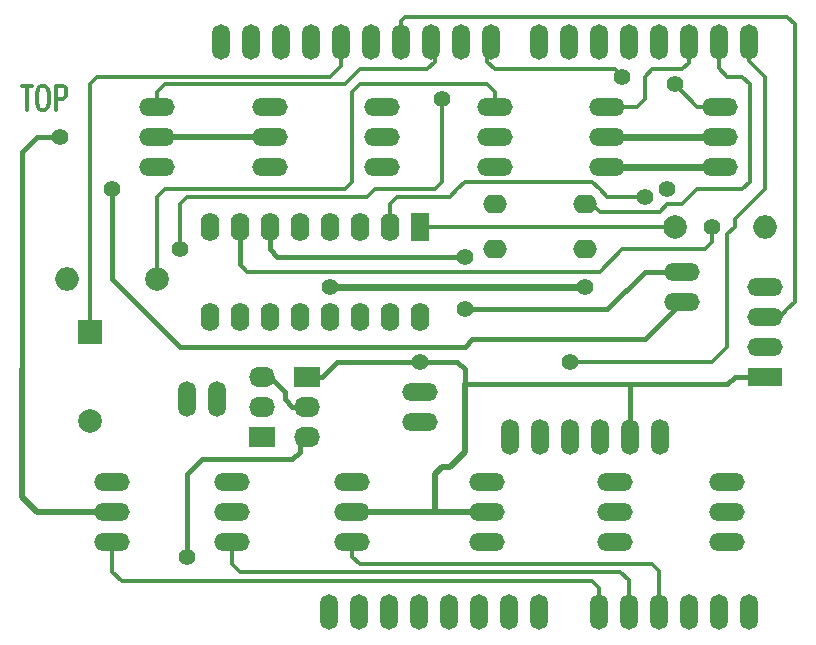
<source format=gbr>
G04 #@! TF.FileFunction,Copper,L1,Top,Signal*
%FSLAX46Y46*%
G04 Gerber Fmt 4.6, Leading zero omitted, Abs format (unit mm)*
G04 Created by KiCad (PCBNEW 4.0.4-stable) date 06/07/18 19:23:55*
%MOMM*%
%LPD*%
G01*
G04 APERTURE LIST*
%ADD10C,0.100000*%
%ADD11C,0.300000*%
%ADD12O,3.010000X1.510000*%
%ADD13O,1.510000X3.000000*%
%ADD14R,1.600000X2.400000*%
%ADD15O,1.600000X2.400000*%
%ADD16R,2.000000X2.000000*%
%ADD17C,2.000000*%
%ADD18R,3.000000X1.510000*%
%ADD19O,3.000000X1.510000*%
%ADD20O,1.510000X3.010000*%
%ADD21O,2.000000X1.600000*%
%ADD22O,2.000000X2.000000*%
%ADD23R,2.200000X1.700000*%
%ADD24O,2.200000X1.700000*%
%ADD25C,1.400000*%
%ADD26C,0.406400*%
%ADD27C,0.508000*%
%ADD28C,0.609600*%
%ADD29C,0.304800*%
G04 APERTURE END LIST*
D10*
D11*
X116145714Y-84612238D02*
X117002857Y-84612238D01*
X116574286Y-86644238D02*
X116574286Y-84612238D01*
X117788571Y-84612238D02*
X118074285Y-84612238D01*
X118217143Y-84709000D01*
X118360000Y-84902524D01*
X118431428Y-85289571D01*
X118431428Y-85966905D01*
X118360000Y-86353952D01*
X118217143Y-86547476D01*
X118074285Y-86644238D01*
X117788571Y-86644238D01*
X117645714Y-86547476D01*
X117502857Y-86353952D01*
X117431428Y-85966905D01*
X117431428Y-85289571D01*
X117502857Y-84902524D01*
X117645714Y-84709000D01*
X117788571Y-84612238D01*
X119074286Y-86644238D02*
X119074286Y-84612238D01*
X119645714Y-84612238D01*
X119788572Y-84709000D01*
X119860000Y-84805762D01*
X119931429Y-84999286D01*
X119931429Y-85289571D01*
X119860000Y-85483095D01*
X119788572Y-85579857D01*
X119645714Y-85676619D01*
X119074286Y-85676619D01*
D12*
X172085000Y-102870000D03*
X172085000Y-100330000D03*
X149860000Y-113030000D03*
X149860000Y-110490000D03*
D13*
X142151100Y-129133600D03*
X147231100Y-129133600D03*
X149771100Y-129133600D03*
X152311100Y-129133600D03*
X154851100Y-129133600D03*
X157391100Y-129133600D03*
X159931100Y-129133600D03*
X165011100Y-129133600D03*
X175171100Y-129133600D03*
X177711100Y-129133600D03*
X177711100Y-80873600D03*
X140627100Y-80873600D03*
X138087100Y-80873600D03*
X135547100Y-80873600D03*
X133007100Y-80873600D03*
X144691100Y-129133600D03*
X167551100Y-129133600D03*
X170091100Y-129133600D03*
X172631100Y-129133600D03*
X175171100Y-80873600D03*
X172631100Y-80873600D03*
X170091100Y-80873600D03*
X167551100Y-80873600D03*
X165011100Y-80873600D03*
X162471100Y-80873600D03*
X159931100Y-80873600D03*
X155867100Y-80873600D03*
X153327100Y-80873600D03*
X150787100Y-80873600D03*
X148247100Y-80873600D03*
X145707100Y-80873600D03*
X143167100Y-80873600D03*
D14*
X149860000Y-96520000D03*
D15*
X132080000Y-104140000D03*
X147320000Y-96520000D03*
X134620000Y-104140000D03*
X144780000Y-96520000D03*
X137160000Y-104140000D03*
X142240000Y-96520000D03*
X139700000Y-104140000D03*
X139700000Y-96520000D03*
X142240000Y-104140000D03*
X137160000Y-96520000D03*
X144780000Y-104140000D03*
X134620000Y-96520000D03*
X147320000Y-104140000D03*
X132080000Y-96520000D03*
X149860000Y-104140000D03*
D16*
X121920000Y-105410000D03*
D17*
X121920000Y-113010000D03*
D18*
X179070000Y-109220000D03*
D19*
X179070000Y-106680000D03*
X179070000Y-104140000D03*
X179070000Y-101600000D03*
D20*
X170180000Y-114300000D03*
X167640000Y-114300000D03*
X165100000Y-114300000D03*
X162560000Y-114300000D03*
X160020000Y-114300000D03*
X157480000Y-114300000D03*
D21*
X156210000Y-98425000D03*
X163830000Y-98425000D03*
X163830000Y-94615000D03*
X156210000Y-94615000D03*
D12*
X123825000Y-123190000D03*
X123825000Y-120650000D03*
X123825000Y-118110000D03*
X133985000Y-123190000D03*
X133985000Y-120650000D03*
X133985000Y-118110000D03*
X144145000Y-123190000D03*
X144145000Y-120650000D03*
X144145000Y-118110000D03*
X155575000Y-123190000D03*
X155575000Y-120650000D03*
X155575000Y-118110000D03*
X166370000Y-123190000D03*
X166370000Y-120650000D03*
X166370000Y-118110000D03*
X175895000Y-123190000D03*
X175895000Y-120650000D03*
X175895000Y-118110000D03*
D17*
X171450000Y-96520000D03*
D22*
X179070000Y-96520000D03*
D17*
X127635000Y-100965000D03*
D22*
X120015000Y-100965000D03*
D12*
X156210000Y-86360000D03*
X156210000Y-88900000D03*
X156210000Y-91440000D03*
X146685000Y-86360000D03*
X146685000Y-88900000D03*
X146685000Y-91440000D03*
X137160000Y-86360000D03*
X137160000Y-88900000D03*
X137160000Y-91440000D03*
X127635000Y-86360000D03*
X127635000Y-88900000D03*
X127635000Y-91440000D03*
X165735000Y-86360000D03*
X165735000Y-88900000D03*
X165735000Y-91440000D03*
X175260000Y-86360000D03*
X175260000Y-88900000D03*
X175260000Y-91440000D03*
D23*
X140335000Y-109220000D03*
D24*
X140335000Y-111760000D03*
X140335000Y-114300000D03*
D20*
X132715000Y-111125000D03*
X130175000Y-111125000D03*
D23*
X136525000Y-114300000D03*
D24*
X136525000Y-111760000D03*
X136525000Y-109220000D03*
D25*
X119380000Y-88900000D03*
X149860000Y-107950000D03*
X130175000Y-124460000D03*
X142240000Y-101600000D03*
X163830000Y-101600000D03*
X123825000Y-93345000D03*
X153670000Y-103505000D03*
X153670000Y-99060000D03*
X168910000Y-93980000D03*
X151765000Y-85725000D03*
X129540000Y-98425000D03*
X167005000Y-83820000D03*
X162560000Y-107950000D03*
X174625000Y-96520000D03*
X170815000Y-93345000D03*
X171450000Y-84455000D03*
D26*
X149860000Y-107950000D02*
X153035000Y-107950000D01*
X153670000Y-108585000D02*
X153670000Y-109855000D01*
X153035000Y-107950000D02*
X153670000Y-108585000D01*
X140335000Y-109220000D02*
X141605000Y-109220000D01*
X142875000Y-107950000D02*
X149860000Y-107950000D01*
X141605000Y-109220000D02*
X142875000Y-107950000D01*
D27*
X153670000Y-109855000D02*
X153670000Y-115570000D01*
X153670000Y-115570000D02*
X152400000Y-116840000D01*
X152400000Y-116840000D02*
X151765000Y-116840000D01*
X151765000Y-116840000D02*
X151130000Y-117475000D01*
X151130000Y-117475000D02*
X151130000Y-120650000D01*
D26*
X153670000Y-109855000D02*
X166370000Y-109855000D01*
X167640000Y-109855000D02*
X166370000Y-109855000D01*
D28*
X165735000Y-88900000D02*
X175260000Y-88900000D01*
D27*
X116205000Y-117475000D02*
X116205000Y-119380000D01*
X117475000Y-120650000D02*
X123825000Y-120650000D01*
X116205000Y-119380000D02*
X117475000Y-120650000D01*
X144145000Y-120650000D02*
X151130000Y-120650000D01*
X151130000Y-120650000D02*
X155575000Y-120650000D01*
X127635000Y-88900000D02*
X137160000Y-88900000D01*
D26*
X175260000Y-109855000D02*
X175895000Y-109855000D01*
X167640000Y-109855000D02*
X175260000Y-109855000D01*
X176530000Y-109220000D02*
X179070000Y-109220000D01*
X175895000Y-109855000D02*
X176530000Y-109220000D01*
X167640000Y-109855000D02*
X167640000Y-114300000D01*
D27*
X116205000Y-117475000D02*
X116205000Y-108585000D01*
D26*
X116205000Y-108585000D02*
X116205000Y-90170000D01*
X116205000Y-90170000D02*
X117475000Y-88900000D01*
X117475000Y-88900000D02*
X119380000Y-88900000D01*
X139700000Y-114935000D02*
X139700000Y-115570000D01*
X130175000Y-117475000D02*
X131445000Y-116205000D01*
X131445000Y-116205000D02*
X138430000Y-116205000D01*
X138430000Y-116205000D02*
X139065000Y-116205000D01*
X139065000Y-116205000D02*
X139700000Y-115570000D01*
X130175000Y-124460000D02*
X130175000Y-117475000D01*
X139700000Y-114935000D02*
X140335000Y-114300000D01*
D29*
X126542800Y-126542800D02*
X124637800Y-126542800D01*
X123825000Y-125730000D02*
X123825000Y-123190000D01*
X124637800Y-126542800D02*
X123825000Y-125730000D01*
X128447800Y-126542800D02*
X126542800Y-126542800D01*
X165011100Y-129133600D02*
X165011100Y-127088900D01*
X164465000Y-126542800D02*
X128447800Y-126542800D01*
X165011100Y-127088900D02*
X164465000Y-126542800D01*
D28*
X165735000Y-91440000D02*
X175260000Y-91440000D01*
X142240000Y-101600000D02*
X163830000Y-101600000D01*
D29*
X167551100Y-129133600D02*
X167551100Y-126453900D01*
X133985000Y-125095000D02*
X133985000Y-123190000D01*
X134620000Y-125730000D02*
X133985000Y-125095000D01*
X166827200Y-125730000D02*
X134620000Y-125730000D01*
X167551100Y-126453900D02*
X166827200Y-125730000D01*
D26*
X167640000Y-129044700D02*
X167551100Y-129133600D01*
D29*
X144145000Y-123190000D02*
X144145000Y-124460000D01*
X170091100Y-125641100D02*
X170091100Y-129133600D01*
X169545000Y-125095000D02*
X170091100Y-125641100D01*
X144780000Y-125095000D02*
X169545000Y-125095000D01*
X144145000Y-124460000D02*
X144780000Y-125095000D01*
D26*
X144145000Y-123825000D02*
X144145000Y-123190000D01*
D29*
X180340000Y-104140000D02*
X180975000Y-103505000D01*
X148247100Y-79082900D02*
X148590000Y-78740000D01*
X148590000Y-78740000D02*
X170180000Y-78740000D01*
X170180000Y-78740000D02*
X180975000Y-78740000D01*
X180975000Y-78740000D02*
X181610000Y-79375000D01*
X181610000Y-79375000D02*
X181610000Y-102870000D01*
X181610000Y-102870000D02*
X180975000Y-103505000D01*
X148247100Y-79082900D02*
X148247100Y-80873600D01*
X180340000Y-104140000D02*
X179070000Y-104140000D01*
X127635000Y-86360000D02*
X127635000Y-85090000D01*
X147955000Y-83185000D02*
X149860000Y-83185000D01*
X149860000Y-83185000D02*
X150495000Y-83185000D01*
X150495000Y-83185000D02*
X151130000Y-82550000D01*
X151130000Y-82550000D02*
X151130000Y-81216500D01*
X127635000Y-85090000D02*
X128270000Y-84455000D01*
X128270000Y-84455000D02*
X143510000Y-84455000D01*
X143510000Y-84455000D02*
X144780000Y-83185000D01*
X144780000Y-83185000D02*
X147955000Y-83185000D01*
D26*
X151130000Y-81216500D02*
X150787100Y-80873600D01*
X168275000Y-106045000D02*
X168910000Y-106045000D01*
X154305000Y-106045000D02*
X157480000Y-106045000D01*
X123825000Y-100965000D02*
X128270000Y-105410000D01*
X128270000Y-105410000D02*
X129540000Y-106680000D01*
X129540000Y-106680000D02*
X153670000Y-106680000D01*
X153670000Y-106680000D02*
X154305000Y-106045000D01*
X157480000Y-106045000D02*
X168275000Y-106045000D01*
X168910000Y-106045000D02*
X172085000Y-102870000D01*
X123825000Y-93345000D02*
X123825000Y-100965000D01*
X123825000Y-100965000D02*
X123825000Y-100965000D01*
X165735000Y-103505000D02*
X168910000Y-100330000D01*
X153670000Y-103505000D02*
X165735000Y-103505000D01*
X137160000Y-96520000D02*
X137160000Y-98425000D01*
X137795000Y-99060000D02*
X153670000Y-99060000D01*
X137795000Y-99060000D02*
X137160000Y-98425000D01*
X168910000Y-100330000D02*
X172085000Y-100330000D01*
D29*
X170815000Y-94615000D02*
X172085000Y-94615000D01*
X175171100Y-83096100D02*
X175895000Y-83820000D01*
X175895000Y-83820000D02*
X177165000Y-83820000D01*
X177165000Y-83820000D02*
X177800000Y-84455000D01*
X175171100Y-80873600D02*
X175171100Y-83096100D01*
X170180000Y-95250000D02*
X170815000Y-94615000D01*
X165100000Y-95250000D02*
X170180000Y-95250000D01*
X165100000Y-95250000D02*
X164465000Y-94615000D01*
X177800000Y-92710000D02*
X177800000Y-84455000D01*
X177165000Y-93345000D02*
X177800000Y-92710000D01*
X173355000Y-93345000D02*
X177165000Y-93345000D01*
X172085000Y-94615000D02*
X173355000Y-93345000D01*
X163830000Y-94615000D02*
X164465000Y-94615000D01*
X175171100Y-81826100D02*
X175171100Y-80873600D01*
X143167100Y-80873600D02*
X143167100Y-82892900D01*
X121920000Y-84455000D02*
X121920000Y-85725000D01*
X122555000Y-83820000D02*
X121920000Y-84455000D01*
X142240000Y-83820000D02*
X122555000Y-83820000D01*
X143167100Y-82892900D02*
X142240000Y-83820000D01*
X121920000Y-92075000D02*
X121920000Y-102870000D01*
X121920000Y-85725000D02*
X121920000Y-92075000D01*
X121920000Y-102870000D02*
X121920000Y-105410000D01*
X153035000Y-93345000D02*
X153670000Y-92710000D01*
X147320000Y-94615000D02*
X147320000Y-96520000D01*
X147320000Y-94615000D02*
X147955000Y-93980000D01*
X147955000Y-93980000D02*
X152400000Y-93980000D01*
X152400000Y-93980000D02*
X153035000Y-93345000D01*
X165735000Y-93980000D02*
X168910000Y-93980000D01*
X165100000Y-93345000D02*
X165735000Y-93980000D01*
X164465000Y-92710000D02*
X165100000Y-93345000D01*
X163830000Y-92710000D02*
X164465000Y-92710000D01*
X153670000Y-92710000D02*
X163830000Y-92710000D01*
X151765000Y-92710000D02*
X151765000Y-85725000D01*
X146050000Y-93345000D02*
X151130000Y-93345000D01*
X142875000Y-93980000D02*
X130175000Y-93980000D01*
X129540000Y-94615000D02*
X130175000Y-93980000D01*
X129540000Y-95250000D02*
X129540000Y-94615000D01*
X129540000Y-98425000D02*
X129540000Y-95250000D01*
X145415000Y-93980000D02*
X146050000Y-93345000D01*
X142875000Y-93980000D02*
X145415000Y-93980000D01*
X151130000Y-93345000D02*
X151765000Y-92710000D01*
X155575000Y-81165700D02*
X155575000Y-82550000D01*
X156210000Y-83185000D02*
X166370000Y-83185000D01*
X156210000Y-83185000D02*
X155575000Y-82550000D01*
X166370000Y-83185000D02*
X167005000Y-83820000D01*
D26*
X155575000Y-81165700D02*
X155867100Y-80873600D01*
D29*
X162560000Y-107950000D02*
X174625000Y-107950000D01*
X174625000Y-107950000D02*
X175895000Y-106680000D01*
X176530000Y-96520000D02*
X176530000Y-95885000D01*
X175895000Y-97155000D02*
X175895000Y-106680000D01*
X176530000Y-95885000D02*
X179070000Y-93345000D01*
X179070000Y-93345000D02*
X179070000Y-83820000D01*
X177711100Y-82461100D02*
X177711100Y-80873600D01*
X176530000Y-96520000D02*
X175895000Y-97155000D01*
X178435000Y-83185000D02*
X179070000Y-83820000D01*
X177711100Y-82461100D02*
X178435000Y-83185000D01*
X162560000Y-107950000D02*
X162560000Y-107950000D01*
X174625000Y-96520000D02*
X174625000Y-97790000D01*
X150495000Y-100330000D02*
X160655000Y-100330000D01*
X135255000Y-100330000D02*
X134620000Y-99695000D01*
X150495000Y-100330000D02*
X135255000Y-100330000D01*
X160655000Y-100330000D02*
X165100000Y-100330000D01*
X167005000Y-98425000D02*
X165100000Y-100330000D01*
X173990000Y-98425000D02*
X167005000Y-98425000D01*
X174625000Y-97790000D02*
X173990000Y-98425000D01*
X172085000Y-83185000D02*
X172631100Y-82638900D01*
X169545000Y-83185000D02*
X172085000Y-83185000D01*
X168910000Y-83820000D02*
X169545000Y-83185000D01*
X168910000Y-85725000D02*
X168910000Y-83820000D01*
X172631100Y-82638900D02*
X172631100Y-80873600D01*
X165735000Y-86360000D02*
X168275000Y-86360000D01*
X168275000Y-86360000D02*
X168910000Y-85725000D01*
D26*
X134620000Y-99695000D02*
X134620000Y-99695000D01*
X134620000Y-99695000D02*
X134620000Y-96520000D01*
D29*
X173355000Y-86360000D02*
X175260000Y-86360000D01*
X171450000Y-84455000D02*
X173355000Y-86360000D01*
X171323000Y-96520000D02*
X171450000Y-96520000D01*
X169545000Y-96520000D02*
X171323000Y-96520000D01*
X153670000Y-96520000D02*
X169545000Y-96520000D01*
X149860000Y-96520000D02*
X153670000Y-96520000D01*
X170688000Y-96520000D02*
X171450000Y-96520000D01*
X149860000Y-84455000D02*
X155575000Y-84455000D01*
X128270000Y-93345000D02*
X143510000Y-93345000D01*
X144780000Y-84455000D02*
X144145000Y-85090000D01*
X144145000Y-85090000D02*
X144145000Y-92710000D01*
X144145000Y-92710000D02*
X143510000Y-93345000D01*
X147955000Y-84455000D02*
X149860000Y-84455000D01*
X147955000Y-84455000D02*
X144780000Y-84455000D01*
X156210000Y-85090000D02*
X156210000Y-86360000D01*
X155575000Y-84455000D02*
X156210000Y-85090000D01*
X128270000Y-93345000D02*
X127635000Y-93980000D01*
X127635000Y-93980000D02*
X127635000Y-100965000D01*
X128270000Y-93345000D02*
X128270000Y-93345000D01*
D26*
X136525000Y-109220000D02*
X137160000Y-109220000D01*
X137160000Y-109220000D02*
X138430000Y-110490000D01*
X139065000Y-111760000D02*
X140335000Y-111760000D01*
X138430000Y-111125000D02*
X139065000Y-111760000D01*
X138430000Y-110490000D02*
X138430000Y-111125000D01*
X139700000Y-111760000D02*
X140335000Y-111760000D01*
M02*

</source>
